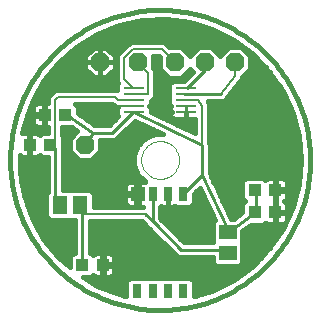
<source format=gtl>
G75*
%MOIN*%
%OFA0B0*%
%FSLAX24Y24*%
%IPPOS*%
%LPD*%
%AMOC8*
5,1,8,0,0,1.08239X$1,22.5*
%
%ADD10C,0.0000*%
%ADD11C,0.0160*%
%ADD12R,0.0709X0.0098*%
%ADD13R,0.0315X0.0472*%
%ADD14R,0.0472X0.0472*%
%ADD15R,0.0413X0.0425*%
%ADD16R,0.0591X0.0512*%
%ADD17R,0.0512X0.0591*%
%ADD18OC8,0.0630*%
%ADD19R,0.0376X0.0376*%
%ADD20C,0.0060*%
%ADD21C,0.0100*%
%ADD22C,0.0080*%
%ADD23C,0.0090*%
D10*
X005550Y005680D02*
X005552Y005730D01*
X005558Y005780D01*
X005568Y005829D01*
X005582Y005877D01*
X005599Y005924D01*
X005620Y005969D01*
X005645Y006013D01*
X005673Y006054D01*
X005705Y006093D01*
X005739Y006130D01*
X005776Y006164D01*
X005816Y006194D01*
X005858Y006221D01*
X005902Y006245D01*
X005948Y006266D01*
X005995Y006282D01*
X006043Y006295D01*
X006093Y006304D01*
X006142Y006309D01*
X006193Y006310D01*
X006243Y006307D01*
X006292Y006300D01*
X006341Y006289D01*
X006389Y006274D01*
X006435Y006256D01*
X006480Y006234D01*
X006523Y006208D01*
X006564Y006179D01*
X006603Y006147D01*
X006639Y006112D01*
X006671Y006074D01*
X006701Y006034D01*
X006728Y005991D01*
X006751Y005947D01*
X006770Y005901D01*
X006786Y005853D01*
X006798Y005804D01*
X006806Y005755D01*
X006810Y005705D01*
X006810Y005655D01*
X006806Y005605D01*
X006798Y005556D01*
X006786Y005507D01*
X006770Y005459D01*
X006751Y005413D01*
X006728Y005369D01*
X006701Y005326D01*
X006671Y005286D01*
X006639Y005248D01*
X006603Y005213D01*
X006564Y005181D01*
X006523Y005152D01*
X006480Y005126D01*
X006435Y005104D01*
X006389Y005086D01*
X006341Y005071D01*
X006292Y005060D01*
X006243Y005053D01*
X006193Y005050D01*
X006142Y005051D01*
X006093Y005056D01*
X006043Y005065D01*
X005995Y005078D01*
X005948Y005094D01*
X005902Y005115D01*
X005858Y005139D01*
X005816Y005166D01*
X005776Y005196D01*
X005739Y005230D01*
X005705Y005267D01*
X005673Y005306D01*
X005645Y005347D01*
X005620Y005391D01*
X005599Y005436D01*
X005582Y005483D01*
X005568Y005531D01*
X005558Y005580D01*
X005552Y005630D01*
X005550Y005680D01*
D11*
X003285Y002582D02*
X002675Y002582D01*
X002794Y002435D02*
X002294Y003054D01*
X001906Y003748D01*
X001641Y004498D01*
X001507Y005282D01*
X001507Y005835D01*
X001518Y005823D01*
X001559Y005800D01*
X001605Y005787D01*
X001812Y005787D01*
X001812Y006157D01*
X001859Y006157D01*
X001859Y005787D01*
X002066Y005787D01*
X002112Y005800D01*
X002153Y005823D01*
X002166Y005836D01*
X002235Y005767D01*
X002430Y005767D01*
X002430Y004599D01*
X002389Y004558D01*
X002389Y003802D01*
X002507Y003685D01*
X003330Y003685D01*
X003330Y002593D01*
X003296Y002593D01*
X003179Y002475D01*
X003179Y002096D01*
X002794Y002435D01*
X002807Y002424D02*
X003179Y002424D01*
X003179Y002265D02*
X002987Y002265D01*
X003167Y002107D02*
X003179Y002107D01*
X003622Y001767D02*
X003875Y001767D01*
X003944Y001836D01*
X003957Y001823D01*
X003998Y001800D01*
X004044Y001787D01*
X004251Y001787D01*
X004251Y002157D01*
X004298Y002157D01*
X004298Y002203D01*
X004661Y002203D01*
X004661Y002416D01*
X004649Y002462D01*
X004625Y002503D01*
X004592Y002537D01*
X004551Y002560D01*
X004505Y002573D01*
X004298Y002573D01*
X004298Y002203D01*
X004251Y002203D01*
X004251Y002573D01*
X004044Y002573D01*
X003998Y002560D01*
X003957Y002537D01*
X003944Y002524D01*
X003875Y002593D01*
X003830Y002593D01*
X003830Y003640D01*
X005566Y003640D01*
X005788Y003418D01*
X005788Y003418D01*
X005888Y003318D01*
X005888Y003318D01*
X006668Y002538D01*
X006738Y002468D01*
X006830Y002430D01*
X007935Y002430D01*
X007935Y002257D01*
X008052Y002139D01*
X008808Y002139D01*
X008925Y002257D01*
X008925Y003304D01*
X009206Y003517D01*
X009625Y003517D01*
X009694Y003586D01*
X009707Y003573D01*
X009748Y003550D01*
X009794Y003537D01*
X010001Y003537D01*
X010001Y003907D01*
X010048Y003907D01*
X010048Y003953D01*
X010411Y003953D01*
X010411Y004166D01*
X010399Y004212D01*
X010375Y004253D01*
X010342Y004287D01*
X010310Y004305D01*
X010342Y004323D01*
X010375Y004357D01*
X010399Y004398D01*
X010411Y004444D01*
X010411Y004657D01*
X010048Y004657D01*
X010048Y004703D01*
X010411Y004703D01*
X010411Y004916D01*
X010399Y004962D01*
X010375Y005003D01*
X010342Y005037D01*
X010301Y005060D01*
X010255Y005073D01*
X010048Y005073D01*
X010048Y004703D01*
X010001Y004703D01*
X010001Y005073D01*
X009794Y005073D01*
X009748Y005060D01*
X009707Y005037D01*
X009694Y005024D01*
X009625Y005093D01*
X009046Y005093D01*
X008929Y004975D01*
X008929Y004385D01*
X009008Y004305D01*
X008929Y004225D01*
X008929Y003935D01*
X008647Y003721D01*
X008548Y003721D01*
X007830Y005236D01*
X007830Y006172D01*
X007833Y006214D01*
X007830Y006222D01*
X007830Y006230D01*
X007820Y006254D01*
X007820Y007463D01*
X007824Y007493D01*
X007820Y007510D01*
X007820Y007528D01*
X007808Y007556D01*
X007801Y007586D01*
X007790Y007600D01*
X007783Y007616D01*
X007769Y007630D01*
X008247Y007630D01*
X008339Y007668D01*
X008409Y007738D01*
X008426Y007781D01*
X008858Y008301D01*
X008883Y008327D01*
X008888Y008338D01*
X008895Y008347D01*
X008906Y008382D01*
X008920Y008415D01*
X008920Y008427D01*
X008923Y008438D01*
X008923Y008444D01*
X009195Y008717D01*
X009195Y009143D01*
X008893Y009445D01*
X008467Y009445D01*
X008180Y009158D01*
X007893Y009445D01*
X007467Y009445D01*
X007180Y009158D01*
X006893Y009445D01*
X006490Y009445D01*
X006460Y009475D01*
X006325Y009610D01*
X005185Y009610D01*
X005050Y009475D01*
X004750Y009175D01*
X004750Y008285D01*
X004794Y008240D01*
X004760Y008206D01*
X004760Y008010D01*
X002685Y008010D01*
X002550Y007875D01*
X002450Y007775D01*
X002450Y007573D01*
X002359Y007573D01*
X002359Y007203D01*
X002312Y007203D01*
X002312Y007157D01*
X001949Y007157D01*
X001949Y006944D01*
X001961Y006898D01*
X001985Y006857D01*
X002018Y006823D01*
X002059Y006800D01*
X002105Y006787D01*
X002312Y006787D01*
X002312Y007157D01*
X002359Y007157D01*
X002359Y006787D01*
X002450Y006787D01*
X002450Y006593D01*
X002235Y006593D01*
X002166Y006524D01*
X002153Y006537D01*
X002112Y006560D01*
X002066Y006573D01*
X001859Y006573D01*
X001859Y006203D01*
X001812Y006203D01*
X001812Y006573D01*
X001605Y006573D01*
X001591Y006569D01*
X001641Y006862D01*
X001906Y007612D01*
X002294Y008306D01*
X002794Y008925D01*
X003391Y009451D01*
X004069Y009868D01*
X004807Y010164D01*
X005584Y010332D01*
X006379Y010366D01*
X007168Y010265D01*
X007929Y010032D01*
X008639Y009674D01*
X009279Y009201D01*
X009829Y008626D01*
X010274Y007967D01*
X010602Y007242D01*
X010803Y006473D01*
X010870Y005680D01*
X010803Y004887D01*
X010602Y004118D01*
X010411Y003695D01*
X010411Y003907D01*
X010048Y003907D01*
X010048Y003537D01*
X010255Y003537D01*
X010301Y003550D01*
X010342Y003573D01*
X010368Y003600D01*
X010274Y003393D01*
X009829Y002734D01*
X009279Y002159D01*
X008639Y001686D01*
X007929Y001328D01*
X007299Y001135D01*
X007299Y001635D01*
X007182Y001752D01*
X006701Y001752D01*
X006686Y001736D01*
X006670Y001752D01*
X006190Y001752D01*
X006180Y001742D01*
X006170Y001752D01*
X005690Y001752D01*
X005674Y001736D01*
X005659Y001752D01*
X005178Y001752D01*
X005061Y001635D01*
X005061Y001141D01*
X004807Y001196D01*
X004069Y001492D01*
X003622Y001767D01*
X003843Y001631D02*
X005061Y001631D01*
X005061Y001473D02*
X004118Y001473D01*
X004036Y001790D02*
X003897Y001790D01*
X004251Y001790D02*
X004298Y001790D01*
X004298Y001787D02*
X004505Y001787D01*
X004551Y001800D01*
X004592Y001823D01*
X004625Y001857D01*
X004649Y001898D01*
X004661Y001944D01*
X004661Y002157D01*
X004298Y002157D01*
X004298Y001787D01*
X004298Y001948D02*
X004251Y001948D01*
X004251Y002107D02*
X004298Y002107D01*
X004298Y002265D02*
X004251Y002265D01*
X004251Y002424D02*
X004298Y002424D01*
X004659Y002424D02*
X007935Y002424D01*
X007935Y002265D02*
X004661Y002265D01*
X004661Y002107D02*
X009207Y002107D01*
X009380Y002265D02*
X008925Y002265D01*
X008925Y002424D02*
X009532Y002424D01*
X009684Y002582D02*
X008925Y002582D01*
X008925Y002741D02*
X009834Y002741D01*
X009941Y002899D02*
X008925Y002899D01*
X008925Y003058D02*
X010048Y003058D01*
X010155Y003216D02*
X008925Y003216D01*
X009018Y003375D02*
X010262Y003375D01*
X010338Y003533D02*
X009641Y003533D01*
X010001Y003692D02*
X010048Y003692D01*
X010048Y003850D02*
X010001Y003850D01*
X010001Y003953D02*
X010001Y004287D01*
X010001Y004657D01*
X010048Y004657D01*
X010048Y003953D01*
X010001Y003953D01*
X010001Y004009D02*
X010048Y004009D01*
X010048Y004167D02*
X010001Y004167D01*
X010001Y004326D02*
X010048Y004326D01*
X010048Y004484D02*
X010001Y004484D01*
X010001Y004643D02*
X010048Y004643D01*
X010048Y004801D02*
X010001Y004801D01*
X010001Y004960D02*
X010048Y004960D01*
X010400Y004960D02*
X010809Y004960D01*
X010780Y004801D02*
X010411Y004801D01*
X010411Y004643D02*
X010739Y004643D01*
X010698Y004484D02*
X010411Y004484D01*
X010344Y004326D02*
X010656Y004326D01*
X010615Y004167D02*
X010411Y004167D01*
X010411Y004009D02*
X010553Y004009D01*
X010481Y003850D02*
X010411Y003850D01*
X010822Y005118D02*
X007886Y005118D01*
X007830Y005277D02*
X010836Y005277D01*
X010849Y005435D02*
X007830Y005435D01*
X007830Y005594D02*
X010863Y005594D01*
X010864Y005752D02*
X007830Y005752D01*
X007830Y005911D02*
X010850Y005911D01*
X010837Y006069D02*
X007830Y006069D01*
X007830Y006228D02*
X010823Y006228D01*
X010810Y006386D02*
X007820Y006386D01*
X007820Y006545D02*
X010784Y006545D01*
X010803Y006473D02*
X010803Y006473D01*
X010743Y006703D02*
X007820Y006703D01*
X007820Y006862D02*
X010701Y006862D01*
X010660Y007020D02*
X007820Y007020D01*
X007820Y007179D02*
X010619Y007179D01*
X010559Y007337D02*
X007820Y007337D01*
X007824Y007496D02*
X010488Y007496D01*
X010416Y007654D02*
X008305Y007654D01*
X008453Y007813D02*
X010344Y007813D01*
X010272Y007971D02*
X008584Y007971D01*
X008715Y008130D02*
X010165Y008130D01*
X010058Y008288D02*
X008847Y008288D01*
X008925Y008447D02*
X009951Y008447D01*
X009843Y008605D02*
X009083Y008605D01*
X009195Y008764D02*
X009698Y008764D01*
X009546Y008922D02*
X009195Y008922D01*
X009195Y009081D02*
X009394Y009081D01*
X009227Y009239D02*
X009099Y009239D01*
X009012Y009398D02*
X008941Y009398D01*
X008798Y009556D02*
X006379Y009556D01*
X006135Y009150D02*
X005938Y009150D01*
X005945Y009143D01*
X005945Y008740D01*
X006010Y008675D01*
X006010Y007785D01*
X005875Y007650D01*
X005868Y007650D01*
X005868Y007548D01*
X005848Y007528D01*
X005848Y007483D01*
X005803Y007483D01*
X005803Y007483D01*
X005803Y007483D01*
X005848Y007483D01*
X005848Y007438D01*
X005868Y007418D01*
X005868Y007294D01*
X007340Y006575D01*
X007340Y007057D01*
X007046Y007057D01*
X007046Y007286D01*
X007046Y007286D01*
X007046Y007057D01*
X006668Y007057D01*
X006622Y007069D01*
X006581Y007093D01*
X006548Y007127D01*
X006524Y007168D01*
X006512Y007213D01*
X006512Y007286D01*
X006588Y007286D01*
X006588Y007286D01*
X006512Y007286D01*
X006512Y007359D01*
X006519Y007385D01*
X006512Y007410D01*
X006512Y007483D01*
X006557Y007483D01*
X006557Y007483D01*
X006512Y007483D01*
X006512Y007528D01*
X006492Y007548D01*
X006492Y008206D01*
X006609Y008323D01*
X006976Y008323D01*
X007268Y008614D01*
X007180Y008702D01*
X006893Y008415D01*
X006467Y008415D01*
X006165Y008717D01*
X006165Y009120D01*
X006135Y009150D01*
X006165Y009081D02*
X005945Y009081D01*
X005945Y008922D02*
X006165Y008922D01*
X006165Y008764D02*
X005945Y008764D01*
X006010Y008605D02*
X006277Y008605D01*
X006435Y008447D02*
X006010Y008447D01*
X006010Y008288D02*
X006574Y008288D01*
X006492Y008130D02*
X006010Y008130D01*
X006010Y007971D02*
X006492Y007971D01*
X006492Y007813D02*
X006010Y007813D01*
X005879Y007654D02*
X006492Y007654D01*
X006512Y007496D02*
X005848Y007496D01*
X005868Y007337D02*
X006512Y007337D01*
X006521Y007179D02*
X006105Y007179D01*
X006429Y007020D02*
X007340Y007020D01*
X007340Y006862D02*
X006754Y006862D01*
X007079Y006703D02*
X007340Y006703D01*
X007046Y007179D02*
X007046Y007179D01*
X006273Y006540D02*
X006009Y006540D01*
X005693Y006409D01*
X005451Y006167D01*
X005320Y005851D01*
X005320Y005509D01*
X005451Y005193D01*
X005677Y004967D01*
X005670Y004960D01*
X005468Y004960D01*
X005468Y004582D01*
X005392Y004582D01*
X005392Y004506D01*
X005468Y004506D01*
X005468Y004128D01*
X005625Y004128D01*
X005606Y004120D01*
X003971Y004120D01*
X003971Y004558D01*
X003853Y004675D01*
X002930Y004675D01*
X002930Y005883D01*
X002931Y005885D01*
X002931Y006475D01*
X002910Y006497D01*
X002910Y006767D01*
X003231Y006767D01*
X003412Y006640D01*
X003165Y006393D01*
X003165Y005967D01*
X003467Y005665D01*
X003893Y005665D01*
X004195Y005967D01*
X004195Y006330D01*
X004630Y006330D01*
X004722Y006368D01*
X004792Y006438D01*
X005346Y006992D01*
X006273Y006540D01*
X006263Y006545D02*
X004898Y006545D01*
X005057Y006703D02*
X005939Y006703D01*
X005614Y006862D02*
X005215Y006862D01*
X004780Y007134D02*
X004476Y006830D01*
X004009Y006830D01*
X003431Y007238D01*
X003431Y007475D01*
X003357Y007550D01*
X004585Y007550D01*
X004685Y007450D01*
X004780Y007450D01*
X004780Y007438D01*
X004760Y007418D01*
X004760Y007154D01*
X004780Y007134D01*
X004760Y007179D02*
X003516Y007179D01*
X003431Y007337D02*
X004760Y007337D01*
X004639Y007496D02*
X003411Y007496D01*
X003740Y007020D02*
X004666Y007020D01*
X004508Y006862D02*
X003965Y006862D01*
X003322Y006703D02*
X002910Y006703D01*
X002910Y006545D02*
X003316Y006545D01*
X003165Y006386D02*
X002931Y006386D01*
X002931Y006228D02*
X003165Y006228D01*
X003165Y006069D02*
X002931Y006069D01*
X002931Y005911D02*
X003221Y005911D01*
X003380Y005752D02*
X002930Y005752D01*
X002930Y005594D02*
X005320Y005594D01*
X005320Y005752D02*
X003980Y005752D01*
X004139Y005911D02*
X005345Y005911D01*
X005410Y006069D02*
X004195Y006069D01*
X004195Y006228D02*
X005511Y006228D01*
X005670Y006386D02*
X004740Y006386D01*
X005351Y005435D02*
X002930Y005435D01*
X002930Y005277D02*
X005416Y005277D01*
X005526Y005118D02*
X002930Y005118D01*
X002930Y004960D02*
X005167Y004960D01*
X005170Y004960D02*
X005124Y004948D01*
X005083Y004924D01*
X005050Y004891D01*
X005026Y004850D01*
X005014Y004804D01*
X005014Y004582D01*
X005392Y004582D01*
X005392Y004960D01*
X005170Y004960D01*
X005014Y004801D02*
X002930Y004801D01*
X002430Y004801D02*
X001589Y004801D01*
X001562Y004960D02*
X002430Y004960D01*
X002430Y005118D02*
X001535Y005118D01*
X001508Y005277D02*
X002430Y005277D01*
X002430Y005435D02*
X001507Y005435D01*
X001507Y005594D02*
X002430Y005594D01*
X002430Y005752D02*
X001507Y005752D01*
X001812Y005911D02*
X001859Y005911D01*
X001859Y006069D02*
X001812Y006069D01*
X001812Y006228D02*
X001859Y006228D01*
X001859Y006386D02*
X001812Y006386D01*
X001812Y006545D02*
X001859Y006545D01*
X001614Y006703D02*
X002450Y006703D01*
X002359Y006862D02*
X002312Y006862D01*
X002312Y007020D02*
X002359Y007020D01*
X002312Y007179D02*
X001753Y007179D01*
X001809Y007337D02*
X001949Y007337D01*
X001949Y007416D02*
X001949Y007203D01*
X002312Y007203D01*
X002312Y007573D01*
X002105Y007573D01*
X002059Y007560D01*
X002018Y007537D01*
X001985Y007503D01*
X001961Y007462D01*
X001949Y007416D01*
X001980Y007496D02*
X001865Y007496D01*
X001930Y007654D02*
X002450Y007654D01*
X002487Y007813D02*
X002018Y007813D01*
X002107Y007971D02*
X002646Y007971D01*
X002284Y008288D02*
X004750Y008288D01*
X004760Y008130D02*
X002196Y008130D01*
X002408Y008447D02*
X003963Y008447D01*
X003975Y008435D02*
X004180Y008435D01*
X004385Y008435D01*
X004675Y008725D01*
X004675Y008930D01*
X004675Y009135D01*
X004385Y009425D01*
X004180Y009425D01*
X004180Y008930D01*
X004675Y008930D01*
X004180Y008930D01*
X004180Y008930D01*
X004180Y008930D01*
X004180Y008435D01*
X004180Y008930D01*
X004180Y008930D01*
X004180Y008930D01*
X003685Y008930D01*
X003685Y009135D01*
X003975Y009425D01*
X004180Y009425D01*
X004180Y008930D01*
X003685Y008930D01*
X003685Y008725D01*
X003975Y008435D01*
X003805Y008605D02*
X002535Y008605D01*
X002663Y008764D02*
X003685Y008764D01*
X003685Y008922D02*
X002791Y008922D01*
X002971Y009081D02*
X003685Y009081D01*
X003789Y009239D02*
X003151Y009239D01*
X003331Y009398D02*
X003947Y009398D01*
X004180Y009398D02*
X004180Y009398D01*
X004180Y009239D02*
X004180Y009239D01*
X004180Y009081D02*
X004180Y009081D01*
X004180Y008922D02*
X004180Y008922D01*
X004180Y008764D02*
X004180Y008764D01*
X004180Y008605D02*
X004180Y008605D01*
X004180Y008447D02*
X004180Y008447D01*
X004397Y008447D02*
X004750Y008447D01*
X004750Y008605D02*
X004555Y008605D01*
X004675Y008764D02*
X004750Y008764D01*
X004750Y008922D02*
X004675Y008922D01*
X004675Y009081D02*
X004750Y009081D01*
X004814Y009239D02*
X004571Y009239D01*
X004413Y009398D02*
X004972Y009398D01*
X005131Y009556D02*
X003562Y009556D01*
X003820Y009715D02*
X008558Y009715D01*
X008419Y009398D02*
X007941Y009398D01*
X008099Y009239D02*
X008261Y009239D01*
X008244Y009873D02*
X004081Y009873D01*
X004476Y010032D02*
X007929Y010032D01*
X007412Y010190D02*
X004925Y010190D01*
X005973Y010349D02*
X006514Y010349D01*
X006941Y009398D02*
X007419Y009398D01*
X007261Y009239D02*
X007099Y009239D01*
X007083Y008605D02*
X007259Y008605D01*
X007100Y008447D02*
X006925Y008447D01*
X001180Y005680D02*
X001182Y005821D01*
X001188Y005962D01*
X001198Y006102D01*
X001212Y006242D01*
X001230Y006382D01*
X001251Y006521D01*
X001277Y006660D01*
X001306Y006798D01*
X001340Y006934D01*
X001377Y007070D01*
X001418Y007205D01*
X001463Y007339D01*
X001512Y007471D01*
X001564Y007602D01*
X001620Y007731D01*
X001680Y007858D01*
X001743Y007984D01*
X001809Y008108D01*
X001880Y008231D01*
X001953Y008351D01*
X002030Y008469D01*
X002110Y008585D01*
X002194Y008698D01*
X002280Y008809D01*
X002370Y008918D01*
X002463Y009024D01*
X002558Y009127D01*
X002657Y009228D01*
X002758Y009326D01*
X002862Y009421D01*
X002969Y009513D01*
X003078Y009602D01*
X003190Y009687D01*
X003304Y009770D01*
X003420Y009850D01*
X003539Y009926D01*
X003660Y009998D01*
X003782Y010068D01*
X003907Y010133D01*
X004033Y010196D01*
X004161Y010254D01*
X004291Y010309D01*
X004422Y010361D01*
X004555Y010408D01*
X004689Y010452D01*
X004824Y010493D01*
X004960Y010529D01*
X005097Y010561D01*
X005235Y010590D01*
X005373Y010615D01*
X005513Y010635D01*
X005653Y010652D01*
X005793Y010665D01*
X005934Y010674D01*
X006074Y010679D01*
X006215Y010680D01*
X006356Y010677D01*
X006497Y010670D01*
X006637Y010659D01*
X006777Y010644D01*
X006917Y010625D01*
X007056Y010603D01*
X007194Y010576D01*
X007332Y010546D01*
X007468Y010511D01*
X007604Y010473D01*
X007738Y010431D01*
X007872Y010385D01*
X008004Y010336D01*
X008134Y010282D01*
X008263Y010225D01*
X008390Y010165D01*
X008516Y010101D01*
X008639Y010033D01*
X008761Y009962D01*
X008881Y009888D01*
X008998Y009810D01*
X009113Y009729D01*
X009226Y009645D01*
X009337Y009558D01*
X009445Y009467D01*
X009550Y009374D01*
X009653Y009277D01*
X009753Y009178D01*
X009850Y009076D01*
X009944Y008971D01*
X010035Y008864D01*
X010123Y008754D01*
X010208Y008642D01*
X010290Y008527D01*
X010369Y008410D01*
X010444Y008291D01*
X010516Y008170D01*
X010584Y008047D01*
X010649Y007922D01*
X010711Y007795D01*
X010768Y007666D01*
X010823Y007536D01*
X010873Y007405D01*
X010920Y007272D01*
X010963Y007138D01*
X011002Y007002D01*
X011037Y006866D01*
X011069Y006729D01*
X011096Y006591D01*
X011120Y006452D01*
X011140Y006312D01*
X011156Y006172D01*
X011168Y006032D01*
X011176Y005891D01*
X011180Y005750D01*
X011180Y005610D01*
X011176Y005469D01*
X011168Y005328D01*
X011156Y005188D01*
X011140Y005048D01*
X011120Y004908D01*
X011096Y004769D01*
X011069Y004631D01*
X011037Y004494D01*
X011002Y004358D01*
X010963Y004222D01*
X010920Y004088D01*
X010873Y003955D01*
X010823Y003824D01*
X010768Y003694D01*
X010711Y003565D01*
X010649Y003438D01*
X010584Y003313D01*
X010516Y003190D01*
X010444Y003069D01*
X010369Y002950D01*
X010290Y002833D01*
X010208Y002718D01*
X010123Y002606D01*
X010035Y002496D01*
X009944Y002389D01*
X009850Y002284D01*
X009753Y002182D01*
X009653Y002083D01*
X009550Y001986D01*
X009445Y001893D01*
X009337Y001802D01*
X009226Y001715D01*
X009113Y001631D01*
X008998Y001550D01*
X008881Y001472D01*
X008761Y001398D01*
X008639Y001327D01*
X008516Y001259D01*
X008390Y001195D01*
X008263Y001135D01*
X008134Y001078D01*
X008004Y001024D01*
X007872Y000975D01*
X007738Y000929D01*
X007604Y000887D01*
X007468Y000849D01*
X007332Y000814D01*
X007194Y000784D01*
X007056Y000757D01*
X006917Y000735D01*
X006777Y000716D01*
X006637Y000701D01*
X006497Y000690D01*
X006356Y000683D01*
X006215Y000680D01*
X006074Y000681D01*
X005934Y000686D01*
X005793Y000695D01*
X005653Y000708D01*
X005513Y000725D01*
X005373Y000745D01*
X005235Y000770D01*
X005097Y000799D01*
X004960Y000831D01*
X004824Y000867D01*
X004689Y000908D01*
X004555Y000952D01*
X004422Y000999D01*
X004291Y001051D01*
X004161Y001106D01*
X004033Y001164D01*
X003907Y001227D01*
X003782Y001292D01*
X003660Y001362D01*
X003539Y001434D01*
X003420Y001510D01*
X003304Y001590D01*
X003190Y001673D01*
X003078Y001758D01*
X002969Y001847D01*
X002862Y001939D01*
X002758Y002034D01*
X002657Y002132D01*
X002558Y002233D01*
X002463Y002336D01*
X002370Y002442D01*
X002280Y002551D01*
X002194Y002662D01*
X002110Y002775D01*
X002030Y002891D01*
X001953Y003009D01*
X001880Y003129D01*
X001809Y003252D01*
X001743Y003376D01*
X001680Y003502D01*
X001620Y003629D01*
X001564Y003758D01*
X001512Y003889D01*
X001463Y004021D01*
X001418Y004155D01*
X001377Y004290D01*
X001340Y004426D01*
X001306Y004562D01*
X001277Y004700D01*
X001251Y004839D01*
X001230Y004978D01*
X001212Y005118D01*
X001198Y005258D01*
X001188Y005398D01*
X001182Y005539D01*
X001180Y005680D01*
X001617Y004643D02*
X002430Y004643D01*
X002389Y004484D02*
X001646Y004484D01*
X001702Y004326D02*
X002389Y004326D01*
X002389Y004167D02*
X001758Y004167D01*
X001814Y004009D02*
X002389Y004009D01*
X002389Y003850D02*
X001870Y003850D01*
X001938Y003692D02*
X002500Y003692D01*
X002115Y003375D02*
X003330Y003375D01*
X003330Y003533D02*
X002027Y003533D01*
X002204Y003216D02*
X003330Y003216D01*
X003330Y003058D02*
X002292Y003058D01*
X002419Y002899D02*
X003330Y002899D01*
X003330Y002741D02*
X002547Y002741D01*
X003830Y002741D02*
X006466Y002741D01*
X006307Y002899D02*
X003830Y002899D01*
X003830Y003058D02*
X006149Y003058D01*
X005990Y003216D02*
X003830Y003216D01*
X003830Y003375D02*
X005832Y003375D01*
X005673Y003533D02*
X003830Y003533D01*
X003971Y004167D02*
X005080Y004167D01*
X005083Y004164D02*
X005124Y004140D01*
X005170Y004128D01*
X005392Y004128D01*
X005392Y004506D01*
X005014Y004506D01*
X005014Y004284D01*
X005026Y004238D01*
X005050Y004197D01*
X005083Y004164D01*
X005014Y004326D02*
X003971Y004326D01*
X003971Y004484D02*
X005014Y004484D01*
X005014Y004643D02*
X003886Y004643D01*
X005392Y004643D02*
X005468Y004643D01*
X005468Y004801D02*
X005392Y004801D01*
X005392Y004960D02*
X005468Y004960D01*
X005468Y004484D02*
X005392Y004484D01*
X005392Y004326D02*
X005468Y004326D01*
X005468Y004167D02*
X005392Y004167D01*
X006180Y004118D02*
X006180Y003734D01*
X006242Y003672D01*
X006242Y003672D01*
X006984Y002930D01*
X007935Y002930D01*
X007935Y003603D01*
X008013Y003682D01*
X007506Y004753D01*
X007299Y004547D01*
X007299Y004225D01*
X007182Y004108D01*
X006701Y004108D01*
X006665Y004145D01*
X006657Y004140D01*
X006611Y004128D01*
X006430Y004128D01*
X006430Y004544D01*
X006430Y004128D01*
X006249Y004128D01*
X006203Y004140D01*
X006203Y004140D01*
X006180Y004118D01*
X006180Y004009D02*
X007858Y004009D01*
X007933Y003850D02*
X006180Y003850D01*
X006222Y003692D02*
X008008Y003692D01*
X007935Y003533D02*
X006381Y003533D01*
X006539Y003375D02*
X007935Y003375D01*
X007935Y003216D02*
X006698Y003216D01*
X006856Y003058D02*
X007935Y003058D01*
X008487Y003850D02*
X008817Y003850D01*
X008929Y004009D02*
X008412Y004009D01*
X008336Y004167D02*
X008929Y004167D01*
X008988Y004326D02*
X008261Y004326D01*
X008186Y004484D02*
X008929Y004484D01*
X008929Y004643D02*
X008111Y004643D01*
X008036Y004801D02*
X008929Y004801D01*
X008929Y004960D02*
X007961Y004960D01*
X007558Y004643D02*
X007395Y004643D01*
X007299Y004484D02*
X007633Y004484D01*
X007708Y004326D02*
X007299Y004326D01*
X007241Y004167D02*
X007783Y004167D01*
X006430Y004167D02*
X006430Y004167D01*
X006430Y004326D02*
X006430Y004326D01*
X006430Y004484D02*
X006430Y004484D01*
X006430Y004544D02*
X006430Y004544D01*
X006624Y002582D02*
X003886Y002582D01*
X004513Y001790D02*
X008779Y001790D01*
X008993Y001948D02*
X004661Y001948D01*
X004512Y001314D02*
X005061Y001314D01*
X005061Y001156D02*
X004993Y001156D01*
X006668Y002538D02*
X006668Y002538D01*
X007299Y001631D02*
X008529Y001631D01*
X008215Y001473D02*
X007299Y001473D01*
X007299Y001314D02*
X007882Y001314D01*
X007365Y001156D02*
X007299Y001156D01*
X002187Y006545D02*
X002139Y006545D01*
X001982Y006862D02*
X001641Y006862D01*
X001697Y007020D02*
X001949Y007020D01*
X002312Y007337D02*
X002359Y007337D01*
X002359Y007496D02*
X002312Y007496D01*
D12*
X005314Y007483D03*
X005314Y007680D03*
X005314Y007877D03*
X005314Y008074D03*
X005314Y007286D03*
X007046Y007286D03*
X007046Y007483D03*
X007046Y007680D03*
X007046Y007877D03*
X007046Y008074D03*
D13*
X006942Y004544D03*
X006430Y004544D03*
X005930Y004544D03*
X005930Y001316D03*
X006430Y001316D03*
X006942Y001316D03*
X005418Y001316D03*
D14*
X005430Y004544D03*
D15*
X004274Y002180D03*
X003586Y002180D03*
X002524Y006180D03*
X001836Y006180D03*
X002336Y007180D03*
X003024Y007180D03*
X009336Y004680D03*
X010024Y004680D03*
X010024Y003930D03*
X009336Y003930D03*
D16*
X008430Y003265D03*
X008430Y002595D03*
D17*
X003515Y004180D03*
X002845Y004180D03*
D18*
X003680Y006180D03*
X004180Y008930D03*
X005430Y008930D03*
X006680Y008930D03*
X007680Y008930D03*
X008680Y008930D03*
D19*
X007180Y006930D03*
X004680Y005180D03*
X004180Y003180D03*
X007780Y003080D03*
X004430Y007430D03*
D20*
X004680Y007480D02*
X005314Y007483D01*
X005314Y007680D02*
X004780Y007680D01*
X004680Y007780D01*
X002780Y007780D01*
X002680Y007680D01*
X002680Y006080D01*
X002524Y006180D01*
X002580Y006180D01*
X002680Y006080D01*
X003024Y007180D02*
X003080Y007180D01*
X004980Y008380D02*
X004980Y009080D01*
X005280Y009380D01*
X006230Y009380D01*
X006680Y008930D01*
X007046Y008074D02*
X007080Y008080D01*
X005780Y007880D02*
X005380Y007880D01*
X005314Y007877D01*
X005314Y008074D02*
X005280Y008080D01*
X004980Y008380D01*
X005430Y008930D02*
X005780Y008580D01*
X005780Y007880D01*
X005380Y007280D02*
X005314Y007286D01*
X005280Y007280D01*
X003580Y004180D02*
X003515Y004180D01*
X003580Y004180D02*
X003580Y003880D01*
X002845Y004180D02*
X002680Y004080D01*
X003580Y002180D02*
X003586Y002180D01*
X008380Y002680D02*
X008430Y002595D01*
X008430Y003265D02*
X008480Y003280D01*
X009336Y003930D02*
X009380Y003980D01*
X009380Y004680D02*
X009336Y004680D01*
D21*
X009380Y004680D02*
X009380Y003980D01*
X009336Y003930D02*
X008480Y003280D01*
X007580Y005180D01*
X006942Y004544D01*
X007580Y005180D02*
X007580Y006180D01*
X005314Y007286D01*
X005280Y007280D02*
X004580Y006580D01*
X003930Y006580D01*
X003680Y006180D01*
X003930Y006580D02*
X003080Y007180D01*
X002680Y006080D02*
X002680Y004080D01*
X003580Y003880D02*
X003580Y002180D01*
X005680Y003880D02*
X005930Y003630D01*
X006030Y003530D01*
X006880Y002680D01*
X008380Y002680D01*
X005930Y003630D02*
X005930Y004544D01*
X007046Y007286D02*
X007046Y007483D01*
X006980Y007880D02*
X008197Y007880D01*
X004680Y007480D02*
X004430Y007430D01*
D22*
X006980Y007880D02*
X007046Y007877D01*
X007046Y007680D02*
X007430Y007680D01*
X007580Y007480D01*
X007580Y006180D01*
X008197Y007880D02*
X008680Y008463D01*
X008680Y008930D01*
X005680Y003880D02*
X003580Y003880D01*
D23*
X007080Y008080D02*
X007680Y008680D01*
X007680Y008930D01*
M02*

</source>
